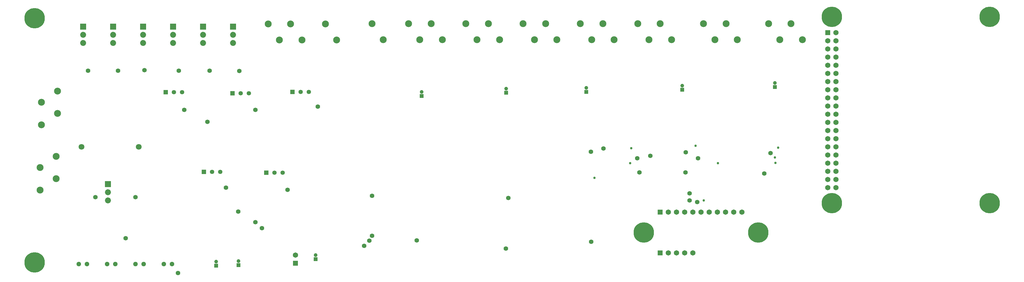
<source format=gbs>
G04*
G04 #@! TF.GenerationSoftware,Altium Limited,Altium Designer,21.2.2 (38)*
G04*
G04 Layer_Color=16711935*
%FSLAX25Y25*%
%MOIN*%
G70*
G04*
G04 #@! TF.SameCoordinates,995D3981-EE6D-4FB4-BC24-832038281B60*
G04*
G04*
G04 #@! TF.FilePolarity,Negative*
G04*
G01*
G75*
%ADD25R,0.06496X0.06496*%
%ADD26C,0.06496*%
%ADD27C,0.25000*%
%ADD28C,0.07087*%
%ADD29C,0.08465*%
%ADD30C,0.04528*%
%ADD31R,0.04528X0.04528*%
%ADD32P,0.05670X8X22.5*%
%ADD33C,0.07284*%
%ADD34R,0.07284X0.07284*%
%ADD35C,0.05315*%
%ADD36R,0.05315X0.05315*%
%ADD37R,0.06496X0.06496*%
%ADD38C,0.05591*%
%ADD39C,0.02953*%
D25*
X986600Y-34200D02*
D03*
X335500Y-317000D02*
D03*
D26*
X996600Y-34200D02*
D03*
X986600Y-44200D02*
D03*
X996600D02*
D03*
X986600Y-54200D02*
D03*
X996600D02*
D03*
X986600Y-64200D02*
D03*
X996600D02*
D03*
X986600Y-74200D02*
D03*
X996600D02*
D03*
X986600Y-84200D02*
D03*
X996600D02*
D03*
X986600Y-94200D02*
D03*
X996600D02*
D03*
X986600Y-104200D02*
D03*
X996600D02*
D03*
X986600Y-114200D02*
D03*
X996600D02*
D03*
X986600Y-124200D02*
D03*
X996600D02*
D03*
X986600Y-134200D02*
D03*
X996600D02*
D03*
X986600Y-144200D02*
D03*
X996600D02*
D03*
X986600Y-154200D02*
D03*
X996600D02*
D03*
X986600Y-164200D02*
D03*
X996600D02*
D03*
X986600Y-174200D02*
D03*
X996600D02*
D03*
X986600Y-184200D02*
D03*
X996600D02*
D03*
X986600Y-194200D02*
D03*
X996600D02*
D03*
X986600Y-204200D02*
D03*
X996600D02*
D03*
X986600Y-214200D02*
D03*
X996600D02*
D03*
X986600Y-224200D02*
D03*
X996600D02*
D03*
X335500Y-307000D02*
D03*
X881500Y-254500D02*
D03*
X871500D02*
D03*
X861500D02*
D03*
X851500D02*
D03*
X841500D02*
D03*
X831500D02*
D03*
X821500D02*
D03*
X811500D02*
D03*
X801500D02*
D03*
X791500D02*
D03*
X821500Y-304500D02*
D03*
X811500D02*
D03*
X801500D02*
D03*
X791500D02*
D03*
D27*
X991600Y-15027D02*
D03*
Y-243373D02*
D03*
X1184513D02*
D03*
Y-15027D02*
D03*
X901500Y-279500D02*
D03*
X761500D02*
D03*
X16622Y-315976D02*
D03*
Y-16622D02*
D03*
D28*
X144000Y-174500D02*
D03*
X74000D02*
D03*
D29*
X443000Y-43000D02*
D03*
X429220Y-23315D02*
D03*
X515248Y-43000D02*
D03*
X501469Y-23315D02*
D03*
X487689Y-43000D02*
D03*
X473909Y-23315D02*
D03*
X585311Y-43000D02*
D03*
X571531Y-23315D02*
D03*
X557752Y-43000D02*
D03*
X543972Y-23315D02*
D03*
X655374Y-43000D02*
D03*
X641594Y-23315D02*
D03*
X627815Y-43000D02*
D03*
X614035Y-23315D02*
D03*
X725437Y-43000D02*
D03*
X711657Y-23315D02*
D03*
X697878Y-43000D02*
D03*
X684098Y-23315D02*
D03*
X372283Y-23815D02*
D03*
X386063Y-43500D02*
D03*
X795500Y-43000D02*
D03*
X781720Y-23315D02*
D03*
X767941Y-43000D02*
D03*
X754161Y-23315D02*
D03*
X43000Y-185941D02*
D03*
X23315Y-199720D02*
D03*
X43000Y-213500D02*
D03*
X23315Y-227280D02*
D03*
X876059Y-43000D02*
D03*
X862280Y-23315D02*
D03*
X848500Y-43000D02*
D03*
X834720Y-23315D02*
D03*
X914220D02*
D03*
X928000Y-43000D02*
D03*
X941780Y-23315D02*
D03*
X955559Y-43000D02*
D03*
X44500Y-105941D02*
D03*
X24815Y-119720D02*
D03*
X44500Y-133500D02*
D03*
X24815Y-147280D02*
D03*
X343559Y-43500D02*
D03*
X329780Y-23815D02*
D03*
X316000Y-43500D02*
D03*
X302220Y-23815D02*
D03*
D30*
X490000Y-107000D02*
D03*
X691366Y-102000D02*
D03*
X808661Y-99402D02*
D03*
X922083Y-96142D02*
D03*
X238500Y-315000D02*
D03*
X266000Y-314500D02*
D03*
X360366Y-307000D02*
D03*
X593366Y-103000D02*
D03*
D31*
X490000Y-112000D02*
D03*
X691366Y-107000D02*
D03*
X808661Y-104402D02*
D03*
X922083Y-101142D02*
D03*
X238500Y-320000D02*
D03*
X266000Y-319500D02*
D03*
X360366Y-312000D02*
D03*
X593366Y-108000D02*
D03*
D32*
X115167Y-318000D02*
D03*
X105167D02*
D03*
X149833D02*
D03*
X139833D02*
D03*
X184500D02*
D03*
X174500D02*
D03*
X80500D02*
D03*
X70500D02*
D03*
D33*
X106319Y-240000D02*
D03*
Y-230000D02*
D03*
X75819Y-47000D02*
D03*
Y-37000D02*
D03*
X112519Y-47000D02*
D03*
Y-37000D02*
D03*
X149219Y-47000D02*
D03*
Y-37000D02*
D03*
X185919Y-47000D02*
D03*
Y-37000D02*
D03*
X222619Y-47000D02*
D03*
Y-37000D02*
D03*
X259319Y-47000D02*
D03*
Y-37000D02*
D03*
D34*
X106319Y-220000D02*
D03*
X75819Y-27000D02*
D03*
X112519D02*
D03*
X149219D02*
D03*
X185919D02*
D03*
X222619D02*
D03*
X259319D02*
D03*
D35*
X278500Y-108815D02*
D03*
X268500D02*
D03*
X243500Y-205000D02*
D03*
X233500D02*
D03*
X320000Y-206185D02*
D03*
X310000D02*
D03*
X197000Y-107500D02*
D03*
X187000D02*
D03*
X352000Y-107000D02*
D03*
X342000D02*
D03*
D36*
X258500Y-108815D02*
D03*
X223500Y-205000D02*
D03*
X300000Y-206185D02*
D03*
X177000Y-107500D02*
D03*
X332000Y-107000D02*
D03*
D37*
X781500Y-254500D02*
D03*
Y-304500D02*
D03*
D38*
X769493Y-185400D02*
D03*
X828082Y-188425D02*
D03*
X753775D02*
D03*
X596000Y-237000D02*
D03*
X192000Y-329000D02*
D03*
X429200Y-283432D02*
D03*
X908800Y-207134D02*
D03*
X756200Y-205600D02*
D03*
X812700D02*
D03*
X813000Y-181000D02*
D03*
X199500Y-129000D02*
D03*
X128000Y-286400D02*
D03*
X286500Y-266800D02*
D03*
X419740Y-295760D02*
D03*
X426100Y-289400D02*
D03*
X429200Y-234400D02*
D03*
X294700Y-274100D02*
D03*
X916700Y-182000D02*
D03*
X697100Y-180500D02*
D03*
X712300Y-176300D02*
D03*
X483800Y-289000D02*
D03*
X139833Y-235987D02*
D03*
X90987D02*
D03*
X82000Y-81000D02*
D03*
X118500D02*
D03*
X151000Y-80500D02*
D03*
X193000Y-81000D02*
D03*
X230500D02*
D03*
X267000Y-81500D02*
D03*
X286500Y-129000D02*
D03*
X363000Y-125000D02*
D03*
X265500Y-253800D02*
D03*
X227900Y-143800D02*
D03*
X250500Y-224500D02*
D03*
X326000Y-227000D02*
D03*
X592815Y-299000D02*
D03*
X827000Y-242000D02*
D03*
X697260Y-290740D02*
D03*
X817500Y-240000D02*
D03*
Y-231500D02*
D03*
D39*
X852400Y-194400D02*
D03*
X746374Y-176100D02*
D03*
X922000Y-187250D02*
D03*
X825000Y-173000D02*
D03*
X701260Y-212240D02*
D03*
X925917Y-175217D02*
D03*
X922564Y-194136D02*
D03*
X745100Y-194500D02*
D03*
X834800Y-239900D02*
D03*
M02*

</source>
